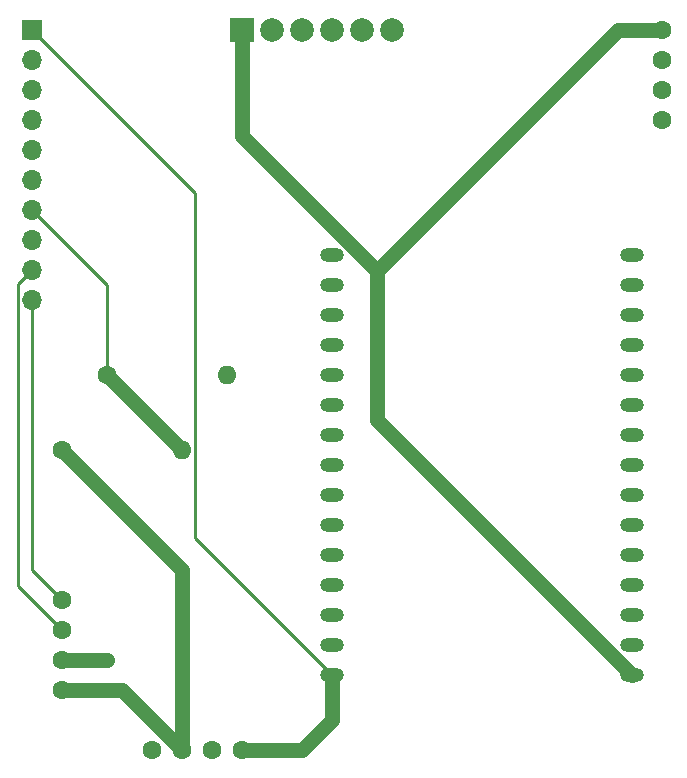
<source format=gbr>
%TF.GenerationSoftware,KiCad,Pcbnew,7.0.7*%
%TF.CreationDate,2023-11-02T18:32:29-06:00*%
%TF.ProjectId,BatteryMeter,42617474-6572-4794-9d65-7465722e6b69,rev?*%
%TF.SameCoordinates,Original*%
%TF.FileFunction,Copper,L1,Top*%
%TF.FilePolarity,Positive*%
%FSLAX46Y46*%
G04 Gerber Fmt 4.6, Leading zero omitted, Abs format (unit mm)*
G04 Created by KiCad (PCBNEW 7.0.7) date 2023-11-02 18:32:29*
%MOMM*%
%LPD*%
G01*
G04 APERTURE LIST*
%TA.AperFunction,ComponentPad*%
%ADD10R,2.000000X2.000000*%
%TD*%
%TA.AperFunction,ComponentPad*%
%ADD11C,2.000000*%
%TD*%
%TA.AperFunction,ComponentPad*%
%ADD12O,2.000000X1.200000*%
%TD*%
%TA.AperFunction,ComponentPad*%
%ADD13C,1.600000*%
%TD*%
%TA.AperFunction,ComponentPad*%
%ADD14O,1.600000X1.600000*%
%TD*%
%TA.AperFunction,ComponentPad*%
%ADD15R,1.700000X1.700000*%
%TD*%
%TA.AperFunction,ComponentPad*%
%ADD16O,1.700000X1.700000*%
%TD*%
%TA.AperFunction,ViaPad*%
%ADD17C,0.800000*%
%TD*%
%TA.AperFunction,Conductor*%
%ADD18C,0.250000*%
%TD*%
%TA.AperFunction,Conductor*%
%ADD19C,1.270000*%
%TD*%
G04 APERTURE END LIST*
D10*
%TO.P,U3,1,VCC*%
%TO.N,+3V3*%
X153670000Y-53340000D03*
D11*
%TO.P,U3,2,GND*%
%TO.N,GND*%
X156210000Y-53340000D03*
%TO.P,U3,3,SCL*%
%TO.N,SCL*%
X158750000Y-53340000D03*
%TO.P,U3,4,SDA*%
%TO.N,SDA*%
X161290000Y-53340000D03*
%TO.P,U3,5,CSB*%
%TO.N,unconnected-(U3-CSB-Pad5)*%
X163830000Y-53340000D03*
%TO.P,U3,6,SDO*%
%TO.N,unconnected-(U3-SDO-Pad6)*%
X166370000Y-53340000D03*
%TD*%
D12*
%TO.P,U2,1,EN*%
%TO.N,unconnected-(U2-EN-Pad1)*%
X161290000Y-72390000D03*
%TO.P,U2,2,GPIO_36*%
%TO.N,unconnected-(U2-GPIO_36-Pad2)*%
X161290000Y-74930000D03*
%TO.P,U2,3,GPIO_39*%
%TO.N,unconnected-(U2-GPIO_39-Pad3)*%
X161290000Y-77470000D03*
%TO.P,U2,4,GPIO_34*%
%TO.N,unconnected-(U2-GPIO_34-Pad4)*%
X161290000Y-80010000D03*
%TO.P,U2,5,GPIO_35*%
%TO.N,unconnected-(U2-GPIO_35-Pad5)*%
X161290000Y-82550000D03*
%TO.P,U2,6,GPIO_32*%
%TO.N,unconnected-(U2-GPIO_32-Pad6)*%
X161290000Y-85090000D03*
%TO.P,U2,7,GPIO_33*%
%TO.N,unconnected-(U2-GPIO_33-Pad7)*%
X161290000Y-87630000D03*
%TO.P,U2,8,GPIO_25*%
%TO.N,unconnected-(U2-GPIO_25-Pad8)*%
X161290000Y-90170000D03*
%TO.P,U2,9,GPIO_26*%
%TO.N,unconnected-(U2-GPIO_26-Pad9)*%
X161290000Y-92710000D03*
%TO.P,U2,10,GPIO_27*%
%TO.N,unconnected-(U2-GPIO_27-Pad10)*%
X161290000Y-95250000D03*
%TO.P,U2,11,GPIO_14*%
%TO.N,unconnected-(U2-GPIO_14-Pad11)*%
X161290000Y-97790000D03*
%TO.P,U2,12,GPIO_12*%
%TO.N,unconnected-(U2-GPIO_12-Pad12)*%
X161290000Y-100330000D03*
%TO.P,U2,13,GPIO_13*%
%TO.N,unconnected-(U2-GPIO_13-Pad13)*%
X161290000Y-102870000D03*
%TO.P,U2,14,GND*%
%TO.N,GND*%
X161290000Y-105410000D03*
%TO.P,U2,15,VIN*%
%TO.N,+5V*%
X161290000Y-107950000D03*
%TO.P,U2,16,3V3*%
%TO.N,+3V3*%
X186690000Y-107950000D03*
%TO.P,U2,17,GND*%
%TO.N,GND*%
X186690000Y-105410000D03*
%TO.P,U2,18,GPIO_15*%
%TO.N,unconnected-(U2-GPIO_15-Pad18)*%
X186690000Y-102870000D03*
%TO.P,U2,19,GPIO_2*%
%TO.N,unconnected-(U2-GPIO_2-Pad19)*%
X186690000Y-100330000D03*
%TO.P,U2,20,GPIO_4*%
%TO.N,unconnected-(U2-GPIO_4-Pad20)*%
X186690000Y-97790000D03*
%TO.P,U2,21,GPIO_16*%
%TO.N,unconnected-(U2-GPIO_16-Pad21)*%
X186690000Y-95250000D03*
%TO.P,U2,22,GPIO_17*%
%TO.N,unconnected-(U2-GPIO_17-Pad22)*%
X186690000Y-92710000D03*
%TO.P,U2,23,GPIO_5*%
%TO.N,unconnected-(U2-GPIO_5-Pad23)*%
X186690000Y-90170000D03*
%TO.P,U2,24,GPIO_18*%
%TO.N,unconnected-(U2-GPIO_18-Pad24)*%
X186690000Y-87630000D03*
%TO.P,U2,25,GPIO_19*%
%TO.N,unconnected-(U2-GPIO_19-Pad25)*%
X186690000Y-85090000D03*
%TO.P,U2,26,GPIO_21*%
%TO.N,SDA*%
X186690000Y-82550000D03*
%TO.P,U2,27,GPIO_1*%
%TO.N,unconnected-(U2-GPIO_1-Pad27)*%
X186690000Y-80010000D03*
%TO.P,U2,28,GPIO_3*%
%TO.N,unconnected-(U2-GPIO_3-Pad28)*%
X186690000Y-77470000D03*
%TO.P,U2,29,GPIO_22*%
%TO.N,SCL*%
X186690000Y-74930000D03*
%TO.P,U2,30,GPIO_23*%
%TO.N,unconnected-(U2-GPIO_23-Pad30)*%
X186690000Y-72390000D03*
%TD*%
D13*
%TO.P,J1,1,Pin_1*%
%TO.N,+12V*%
X138430000Y-109220000D03*
%TO.P,J1,2,Pin_2*%
%TO.N,GND*%
X138430000Y-106680000D03*
%TO.P,J1,3,Pin_3*%
%TO.N,Shunt High*%
X138430000Y-104140000D03*
%TO.P,J1,4,Pin_4*%
%TO.N,Shunt Low*%
X138430000Y-101600000D03*
%TD*%
%TO.P,R2,1*%
%TO.N,Net-(M1-A0)*%
X142240000Y-82550000D03*
D14*
%TO.P,R2,2*%
%TO.N,GND*%
X152400000Y-82550000D03*
%TD*%
D13*
%TO.P,R1,1*%
%TO.N,+12V*%
X138430000Y-88900000D03*
D14*
%TO.P,R1,2*%
%TO.N,Net-(M1-A0)*%
X148590000Y-88900000D03*
%TD*%
D15*
%TO.P,M1,1,VDD*%
%TO.N,+5V*%
X135890000Y-53340000D03*
D16*
%TO.P,M1,2,GND*%
%TO.N,GND*%
X135890000Y-55880000D03*
%TO.P,M1,3,SCL*%
%TO.N,SCL*%
X135890000Y-58420000D03*
%TO.P,M1,4,SDA*%
%TO.N,SDA*%
X135890000Y-60960000D03*
%TO.P,M1,5,ADDR*%
%TO.N,GND*%
X135890000Y-63500000D03*
%TO.P,M1,6,ALERT*%
%TO.N,unconnected-(M1-ALERT-Pad6)*%
X135890000Y-66040000D03*
%TO.P,M1,7,A0*%
%TO.N,Net-(M1-A0)*%
X135890000Y-68580000D03*
%TO.P,M1,8,A1*%
%TO.N,unconnected-(M1-A1-Pad8)*%
X135890000Y-71120000D03*
%TO.P,M1,9,A2*%
%TO.N,Shunt High*%
X135890000Y-73660000D03*
%TO.P,M1,10,A3*%
%TO.N,Shunt Low*%
X135890000Y-76200000D03*
%TD*%
D13*
%TO.P,U1,1,Out+*%
%TO.N,+5V*%
X153670000Y-114300000D03*
%TO.P,U1,2,Negative*%
%TO.N,GND*%
X151130000Y-114300000D03*
%TO.P,U1,3,In+*%
%TO.N,+12V*%
X148590000Y-114300000D03*
%TO.P,U1,4,Enable*%
%TO.N,unconnected-(U1-Enable-Pad4)*%
X146050000Y-114300000D03*
%TD*%
%TO.P,U4,1,VIN*%
%TO.N,+3V3*%
X189230000Y-53340000D03*
%TO.P,U4,2,GND*%
%TO.N,GND*%
X189230000Y-55880000D03*
%TO.P,U4,3,SCL*%
%TO.N,SCL*%
X189230000Y-58420000D03*
%TO.P,U4,4,SDA*%
%TO.N,SDA*%
X189230000Y-60960000D03*
%TD*%
D17*
%TO.N,GND*%
X142240000Y-106680000D03*
X140970000Y-106680000D03*
%TD*%
D18*
%TO.N,Net-(M1-A0)*%
X142240000Y-82550000D02*
X142240000Y-74930000D01*
X142240000Y-74930000D02*
X135890000Y-68580000D01*
D19*
%TO.N,GND*%
X138430000Y-106680000D02*
X142240000Y-106680000D01*
%TO.N,+3V3*%
X189230000Y-53340000D02*
X185530604Y-53340000D01*
X185530604Y-53340000D02*
X165100000Y-73770604D01*
X186690000Y-107950000D02*
X165100000Y-86360000D01*
X165100000Y-73770604D02*
X153670000Y-62340604D01*
X153670000Y-62340604D02*
X153670000Y-53340000D01*
X165100000Y-86360000D02*
X165100000Y-73770604D01*
D18*
%TO.N,Shunt High*%
X138430000Y-104140000D02*
X134715000Y-100425000D01*
X134715000Y-100425000D02*
X134715000Y-74835000D01*
X134715000Y-74835000D02*
X135890000Y-73660000D01*
D19*
%TO.N,+12V*%
X143510000Y-109220000D02*
X148590000Y-114300000D01*
X138430000Y-109220000D02*
X143510000Y-109220000D01*
D18*
%TO.N,Shunt Low*%
X138430000Y-101600000D02*
X135890000Y-99060000D01*
X135890000Y-99060000D02*
X135890000Y-76200000D01*
D19*
%TO.N,+12V*%
X148590000Y-114300000D02*
X148590000Y-99060000D01*
X148590000Y-99060000D02*
X138430000Y-88900000D01*
D18*
%TO.N,+5V*%
X161290000Y-107950000D02*
X149715000Y-96375000D01*
D19*
X161290000Y-111760000D02*
X161290000Y-107950000D01*
X153670000Y-114300000D02*
X158750000Y-114300000D01*
D18*
X149715000Y-67165000D02*
X135890000Y-53340000D01*
D19*
X158750000Y-114300000D02*
X161290000Y-111760000D01*
D18*
X149715000Y-96375000D02*
X149715000Y-67165000D01*
D19*
%TO.N,Net-(M1-A0)*%
X148590000Y-88900000D02*
X142240000Y-82550000D01*
%TD*%
M02*

</source>
